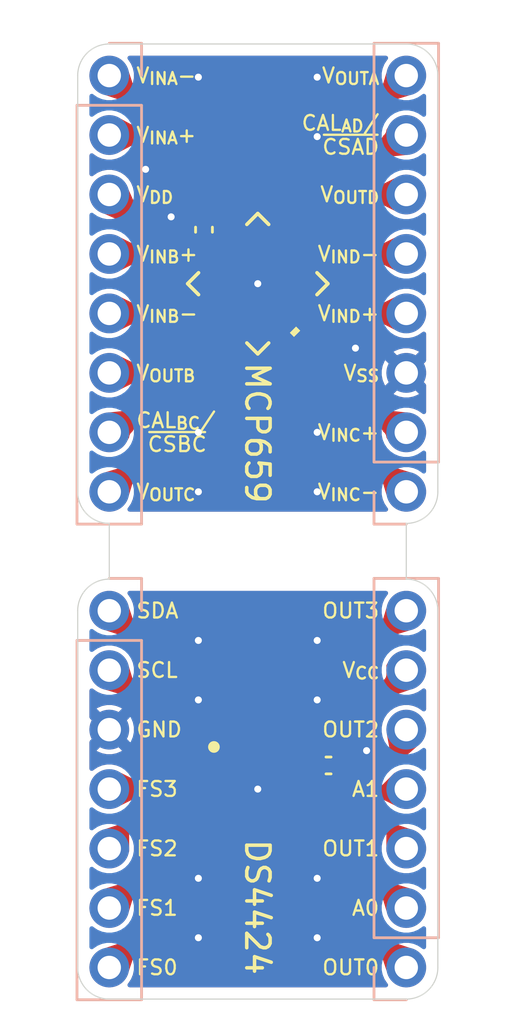
<source format=kicad_pcb>
(kicad_pcb (version 20241229) (generator "pcbnew") (generator_version "9.0")
  (layers (0 "F.Cu" signal) (2 "B.Cu" signal) (13 "F.Paste" user) (15 "B.Paste" user) (5 "F.SilkS" user "F.Silkscreen") (7 "B.SilkS" user "B.Silkscreen") (1 "F.Mask" user) (3 "B.Mask" user) (25 "Edge.Cuts" user))
  (net 0 "")
  (net 1 "Net-(IC1-OUT2)")
  (net 2 "Net-(IC1-OUT3)")
  (net 3 "Net-(IC1-SDA)")
  (net 4 "Net-(IC1-FS2)")
  (net 5 "Net-(IC1-FS3)")
  (net 6 "Net-(IC1-EP)")
  (net 7 "Net-(IC1-FS0)")
  (net 8 "Net-(IC1-VCC)")
  (net 9 "Net-(IC1-A0)")
  (net 10 "Net-(IC1-SCL)")
  (net 11 "Net-(IC1-A1)")
  (net 12 "Net-(IC1-FS1)")
  (net 13 "Net-(IC1-OUT1)")
  (net 14 "Net-(IC1-OUT0)")
  (net 15 "Net-(J3-Pin_3)")
  (net 16 "Net-(J4-Pin_3)")
  (net 17 "Net-(J3-Pin_1)")
  (net 18 "Net-(J3-Pin_7)")
  (net 19 "Net-(J3-Pin_6)")
  (net 20 "Net-(J3-Pin_2)")
  (net 21 "Net-(J3-Pin_5)")
  (net 22 "Net-(J3-Pin_8)")
  (net 23 "Net-(J3-Pin_4)")
  (net 24 "Net-(J4-Pin_1)")
  (net 25 "Net-(J4-Pin_2)")
  (net 26 "Net-(J4-Pin_8)")
  (net 27 "Net-(J4-Pin_6)")
  (net 28 "Net-(J4-Pin_7)")
  (net 29 "Net-(J4-Pin_5)")
  (net 30 "Net-(J4-Pin_4)")
  (footprint "Capacitor_SMD:C_0402_1005Metric" (layer "F.Cu") (at 92.395 69.731)
    (property "Reference" "C1" (hide yes))
    (property "Value" "100n" (hide yes))
    (fp_line (start -0.107836 -0.36) (end 0.107836 -0.36) (stroke (width 0.12)) (layer "F.SilkS"))
    (fp_line (start -0.107836 0.36) (end 0.107836 0.36) (stroke (width 0.12)) (layer "F.SilkS"))
    (pad "1" smd roundrect (at -0.48 0) (size 0.56 0.62) (layers "F.Cu" "F.Mask" "F.Paste") (net 8 "Net-(IC1-VCC)"))
    (pad "2" smd roundrect (at 0.48 0) (size 0.56 0.62) (layers "F.Cu" "F.Mask" "F.Paste") (net 6 "Net-(IC1-EP)"))
  )
  (footprint "Capacitor_SMD:C_0402_1005Metric" (layer "F.Cu") (at 87.069 46.844 90)
    (property "Reference" "C2" (hide yes))
    (property "Value" "100n")
    (fp_line (start -0.107836 -0.36) (end 0.107836 -0.36) (stroke (width 0.12)) (layer "F.SilkS"))
    (fp_line (start -0.107836 0.36) (end 0.107836 0.36) (stroke (width 0.12)) (layer "F.SilkS"))
    (pad "1" smd roundrect (at -0.48 0 90) (size 0.56 0.62) (layers "F.Cu" "F.Mask" "F.Paste") (net 15 "Net-(J3-Pin_3)"))
    (pad "2" smd roundrect (at 0.48 0 90) (size 0.56 0.62) (layers "F.Cu" "F.Mask" "F.Paste") (net 16 "Net-(J4-Pin_3)"))
  )
  (footprint "DS4424N+:SON40P300X300X80-15N" (layer "F.Cu") (at 89.369 70.741)
    (property "Reference" "IC1" (hide yes))
    (property "Value" "DS4424N+" (hide yes))
    (fp_circle (center -1.875 -1.8) (end -1.875 -1.675) (stroke (width 0.25)) (fill no) (layer "F.SilkS"))
    (pad "1" smd rect (at -1.5 -1.2 90) (size 0.2 0.75) (layers "F.Cu" "F.Mask" "F.Paste") (net 3 "Net-(IC1-SDA)"))
    (pad "2" smd rect (at -1.5 -0.8 90) (size 0.2 0.75) (layers "F.Cu" "F.Mask" "F.Paste") (net 10 "Net-(IC1-SCL)"))
    (pad "3" smd rect (at -1.5 -0.4 90) (size 0.2 0.75) (layers "F.Cu" "F.Mask" "F.Paste") (net 6 "Net-(IC1-EP)"))
    (pad "4" smd rect (at -1.5 0 90) (size 0.2 0.75) (layers "F.Cu" "F.Mask" "F.Paste") (net 5 "Net-(IC1-FS3)"))
    (pad "5" smd rect (at -1.5 0.4 90) (size 0.2 0.75) (layers "F.Cu" "F.Mask" "F.Paste") (net 4 "Net-(IC1-FS2)"))
    (pad "6" smd rect (at -1.5 0.8 90) (size 0.2 0.75) (layers "F.Cu" "F.Mask" "F.Paste") (net 12 "Net-(IC1-FS1)"))
    (pad "7" smd rect (at -1.5 1.2 90) (size 0.2 0.75) (layers "F.Cu" "F.Mask" "F.Paste") (net 7 "Net-(IC1-FS0)"))
    (pad "8" smd rect (at 1.5 1.2 90) (size 0.2 0.75) (layers "F.Cu" "F.Mask" "F.Paste") (net 14 "Net-(IC1-OUT0)"))
    (pad "9" smd rect (at 1.5 0.8 90) (size 0.2 0.75) (layers "F.Cu" "F.Mask" "F.Paste") (net 9 "Net-(IC1-A0)"))
    (pad "10" smd rect (at 1.5 0.4 90) (size 0.2 0.75) (layers "F.Cu" "F.Mask" "F.Paste") (net 13 "Net-(IC1-OUT1)"))
    (pad "11" smd rect (at 1.5 0 90) (size 0.2 0.75) (layers "F.Cu" "F.Mask" "F.Paste") (net 11 "Net-(IC1-A1)"))
    (pad "12" smd rect (at 1.5 -0.4 90) (size 0.2 0.75) (layers "F.Cu" "F.Mask" "F.Paste") (net 1 "Net-(IC1-OUT2)"))
    (pad "13" smd rect (at 1.5 -0.8 90) (size 0.2 0.75) (layers "F.Cu" "F.Mask" "F.Paste") (net 8 "Net-(IC1-VCC)"))
    (pad "14" smd rect (at 1.5 -1.2 90) (size 0.2 0.75) (layers "F.Cu" "F.Mask" "F.Paste") (net 2 "Net-(IC1-OUT3)"))
    (pad "15" smd rect (at 0 0) (size 1.8 2.4) (layers "F.Cu" "F.Mask" "F.Paste") (net 6 "Net-(IC1-EP)"))
  )
  (footprint "MCP659-E-ML:QFN16_4x4MC_MCH-L" (layer "F.Cu") (at 89.369 49.151 -45)
    (property "Reference" "U1" (hide yes))
    (property "Value" "MCP659-E/ML" (hide yes))
    (fp_line (start -2.1209 2.1209) (end -1.460139 2.1209) (stroke (width 0.1524)) (layer "F.SilkS"))
    (fp_line (start -2.1209 1.460139) (end -2.1209 2.1209) (stroke (width 0.1524)) (layer "F.SilkS"))
    (fp_line (start 1.460139 2.1209) (end 2.1209 2.1209) (stroke (width 0.1524)) (layer "F.SilkS"))
    (fp_line (start -2.1209 -2.1209) (end -2.1209 -1.460139) (stroke (width 0.1524)) (layer "F.SilkS"))
    (fp_line (start 2.1209 2.1209) (end 2.1209 1.460139) (stroke (width 0.1524)) (layer "F.SilkS"))
    (fp_line (start -1.460139 -2.1209) (end -2.1209 -2.1209) (stroke (width 0.1524)) (layer "F.SilkS"))
    (fp_line (start 2.1209 -1.460139) (end 2.1209 -2.1209) (stroke (width 0.1524)) (layer "F.SilkS"))
    (fp_line (start 2.1209 -2.1209) (end 1.460139 -2.1209) (stroke (width 0.1524)) (layer "F.SilkS"))
    (fp_poly (pts (xy 2.7051 0.134501) (xy 2.7051 0.515501) (xy 2.4511 0.515501) (xy 2.4511 0.134501)) (fill yes) (layer "F.SilkS"))
    (pad "1" smd rect (at -1.8923 -0.974999 45) (size 0.3048 0.6096) (layers "F.Cu" "F.Mask" "F.Paste") (net 17 "Net-(J3-Pin_1)"))
    (pad "2" smd rect (at -1.8923 -0.325001 45) (size 0.3048 0.6096) (layers "F.Cu" "F.Mask" "F.Paste") (net 20 "Net-(J3-Pin_2)"))
    (pad "3" smd rect (at -1.8923 0.325001 45) (size 0.3048 0.6096) (layers "F.Cu" "F.Mask" "F.Paste") (net 15 "Net-(J3-Pin_3)"))
    (pad "4" smd rect (at -1.8923 0.974999 45) (size 0.3048 0.6096) (layers "F.Cu" "F.Mask" "F.Paste") (net 23 "Net-(J3-Pin_4)"))
    (pad "5" smd rect (at -0.974999 1.8923 315) (size 0.3048 0.6096) (layers "F.Cu" "F.Mask" "F.Paste") (net 21 "Net-(J3-Pin_5)"))
    (pad "6" smd rect (at -0.325001 1.8923 315) (size 0.3048 0.6096) (layers "F.Cu" "F.Mask" "F.Paste") (net 19 "Net-(J3-Pin_6)"))
    (pad "7" smd rect (at 0.325001 1.8923 315) (size 0.3048 0.6096) (layers "F.Cu" "F.Mask" "F.Paste") (net 18 "Net-(J3-Pin_7)"))
    (pad "8" smd rect (at 0.974999 1.8923 315) (size 0.3048 0.6096) (layers "F.Cu" "F.Mask" "F.Paste") (net 22 "Net-(J3-Pin_8)"))
    (pad "9" smd rect (at 1.8923 0.974999 45) (size 0.3048 0.6096) (layers "F.Cu" "F.Mask" "F.Paste") (net 24 "Net-(J4-Pin_1)"))
    (pad "10" smd rect (at 1.8923 0.325001 45) (size 0.3048 0.6096) (layers "F.Cu" "F.Mask" "F.Paste") (net 25 "Net-(J4-Pin_2)"))
    (pad "11" smd rect (at 1.8923 -0.325001 45) (size 0.3048 0.6096) (layers "F.Cu" "F.Mask" "F.Paste") (net 16 "Net-(J4-Pin_3)"))
    (pad "12" smd rect (at 1.8923 -0.974999 45) (size 0.3048 0.6096) (layers "F.Cu" "F.Mask" "F.Paste") (net 30 "Net-(J4-Pin_4)"))
    (pad "13" smd rect (at 0.974999 -1.8923 315) (size 0.3048 0.6096) (layers "F.Cu" "F.Mask" "F.Paste") (net 29 "Net-(J4-Pin_5)"))
    (pad "14" smd rect (at 0.325001 -1.8923 315) (size 0.3048 0.6096) (layers "F.Cu" "F.Mask" "F.Paste") (net 27 "Net-(J4-Pin_6)"))
    (pad "15" smd rect (at -0.325001 -1.8923 315) (size 0.3048 0.6096) (layers "F.Cu" "F.Mask" "F.Paste") (net 28 "Net-(J4-Pin_7)"))
    (pad "16" smd rect (at -0.974999 -1.8923 315) (size 0.3048 0.6096) (layers "F.Cu" "F.Mask" "F.Paste") (net 26 "Net-(J4-Pin_8)"))
    (pad "17" smd rect (at 0 0 315) (size 2.6924 2.6924) (layers "F.Cu" "F.Mask" "F.Paste") (net 16 "Net-(J4-Pin_3)"))
  )
  (footprint "Connector_PinHeader_2.54mm:PinHeader_1x07_P2.54mm_Vertical" (layer "B.Cu") (at 83.019 63.121 180)
    (property "Reference" "J1" (hide yes))
    (property "Value" "Conn_01x07" (hide yes))
    (fp_line (start 1.38 -1.27) (end 1.38 -16.62) (stroke (width 0.12)) (layer "B.SilkS"))
    (fp_line (start -1.38 1.38) (end 0 1.38) (stroke (width 0.12)) (layer "B.SilkS"))
    (fp_line (start -1.38 0) (end -1.38 1.38) (stroke (width 0.12)) (layer "B.SilkS"))
    (fp_line (start -1.38 -1.27) (end 1.38 -1.27) (stroke (width 0.12)) (layer "B.SilkS"))
    (fp_line (start -1.38 -1.27) (end -1.38 -16.62) (stroke (width 0.12)) (layer "B.SilkS"))
    (fp_line (start -1.38 -16.62) (end 1.38 -16.62) (stroke (width 0.12)) (layer "B.SilkS"))
    (pad "1" thru_hole circle (at 0 0 180) (size 1.7 1.7) (drill 1) (layers "*.Cu" "*.Mask") (net 3 "Net-(IC1-SDA)"))
    (pad "2" thru_hole circle (at 0 -2.54 180) (size 1.7 1.7) (drill 1) (layers "*.Cu" "*.Mask") (net 10 "Net-(IC1-SCL)"))
    (pad "3" thru_hole circle (at 0 -5.08 180) (size 1.7 1.7) (drill 1) (layers "*.Cu" "*.Mask") (net 6 "Net-(IC1-EP)"))
    (pad "4" thru_hole circle (at 0 -7.62 180) (size 1.7 1.7) (drill 1) (layers "*.Cu" "*.Mask") (net 5 "Net-(IC1-FS3)"))
    (pad "5" thru_hole circle (at 0 -10.16 180) (size 1.7 1.7) (drill 1) (layers "*.Cu" "*.Mask") (net 4 "Net-(IC1-FS2)"))
    (pad "6" thru_hole circle (at 0 -12.7 180) (size 1.7 1.7) (drill 1) (layers "*.Cu" "*.Mask") (net 12 "Net-(IC1-FS1)"))
    (pad "7" thru_hole circle (at 0 -15.24 180) (size 1.7 1.7) (drill 1) (layers "*.Cu" "*.Mask") (net 7 "Net-(IC1-FS0)"))
  )
  (footprint "Connector_PinHeader_2.54mm:PinHeader_1x08_P2.54mm_Vertical" (layer "B.Cu") (at 83.019 40.261 180)
    (property "Reference" "J3" (hide yes))
    (property "Value" "Conn_01x08")
    (fp_line (start 1.38 -1.27) (end 1.38 -19.16) (stroke (width 0.12)) (layer "B.SilkS"))
    (fp_line (start -1.38 1.38) (end 0 1.38) (stroke (width 0.12)) (layer "B.SilkS"))
    (fp_line (start -1.38 0) (end -1.38 1.38) (stroke (width 0.12)) (layer "B.SilkS"))
    (fp_line (start -1.38 -1.27) (end 1.38 -1.27) (stroke (width 0.12)) (layer "B.SilkS"))
    (fp_line (start -1.38 -1.27) (end -1.38 -19.16) (stroke (width 0.12)) (layer "B.SilkS"))
    (fp_line (start -1.38 -19.16) (end 1.38 -19.16) (stroke (width 0.12)) (layer "B.SilkS"))
    (pad "1" thru_hole circle (at 0 0 180) (size 1.7 1.7) (drill 1) (layers "*.Cu" "*.Mask") (net 17 "Net-(J3-Pin_1)"))
    (pad "2" thru_hole circle (at 0 -2.54 180) (size 1.7 1.7) (drill 1) (layers "*.Cu" "*.Mask") (net 20 "Net-(J3-Pin_2)"))
    (pad "3" thru_hole circle (at 0 -5.08 180) (size 1.7 1.7) (drill 1) (layers "*.Cu" "*.Mask") (net 15 "Net-(J3-Pin_3)"))
    (pad "4" thru_hole circle (at 0 -7.62 180) (size 1.7 1.7) (drill 1) (layers "*.Cu" "*.Mask") (net 23 "Net-(J3-Pin_4)"))
    (pad "5" thru_hole circle (at 0 -10.16 180) (size 1.7 1.7) (drill 1) (layers "*.Cu" "*.Mask") (net 21 "Net-(J3-Pin_5)"))
    (pad "6" thru_hole circle (at 0 -12.7 180) (size 1.7 1.7) (drill 1) (layers "*.Cu" "*.Mask") (net 19 "Net-(J3-Pin_6)"))
    (pad "7" thru_hole circle (at 0 -15.24 180) (size 1.7 1.7) (drill 1) (layers "*.Cu" "*.Mask") (net 18 "Net-(J3-Pin_7)"))
    (pad "8" thru_hole circle (at 0 -17.78 180) (size 1.7 1.7) (drill 1) (layers "*.Cu" "*.Mask") (net 22 "Net-(J3-Pin_8)"))
  )
  (footprint "Connector_PinHeader_2.54mm:PinHeader_1x07_P2.54mm_Vertical" (layer "B.Cu") (at 95.719 78.361)
    (property "Reference" "J2" (hide yes))
    (property "Value" "Conn_01x07" (hide yes))
    (fp_line (start -1.38 -16.62) (end 1.38 -16.62) (stroke (width 0.12)) (layer "B.SilkS"))
    (fp_line (start -1.38 -1.27) (end -1.38 -16.62) (stroke (width 0.12)) (layer "B.SilkS"))
    (fp_line (start -1.38 -1.27) (end 1.38 -1.27) (stroke (width 0.12)) (layer "B.SilkS"))
    (fp_line (start -1.38 0) (end -1.38 1.38) (stroke (width 0.12)) (layer "B.SilkS"))
    (fp_line (start -1.38 1.38) (end 0 1.38) (stroke (width 0.12)) (layer "B.SilkS"))
    (fp_line (start 1.38 -1.27) (end 1.38 -16.62) (stroke (width 0.12)) (layer "B.SilkS"))
    (pad "1" thru_hole circle (at 0 0) (size 1.7 1.7) (drill 1) (layers "*.Cu" "*.Mask") (net 14 "Net-(IC1-OUT0)"))
    (pad "2" thru_hole circle (at 0 -2.54) (size 1.7 1.7) (drill 1) (layers "*.Cu" "*.Mask") (net 9 "Net-(IC1-A0)"))
    (pad "3" thru_hole circle (at 0 -5.08) (size 1.7 1.7) (drill 1) (layers "*.Cu" "*.Mask") (net 13 "Net-(IC1-OUT1)"))
    (pad "4" thru_hole circle (at 0 -7.62) (size 1.7 1.7) (drill 1) (layers "*.Cu" "*.Mask") (net 11 "Net-(IC1-A1)"))
    (pad "5" thru_hole circle (at 0 -10.16) (size 1.7 1.7) (drill 1) (layers "*.Cu" "*.Mask") (net 1 "Net-(IC1-OUT2)"))
    (pad "6" thru_hole circle (at 0 -12.7) (size 1.7 1.7) (drill 1) (layers "*.Cu" "*.Mask") (net 8 "Net-(IC1-VCC)"))
    (pad "7" thru_hole circle (at 0 -15.24) (size 1.7 1.7) (drill 1) (layers "*.Cu" "*.Mask") (net 2 "Net-(IC1-OUT3)"))
  )
  (footprint "Connector_PinHeader_2.54mm:PinHeader_1x08_P2.54mm_Vertical" (layer "B.Cu") (at 95.719 58.041)
    (property "Reference" "J4" (hide yes))
    (property "Value" "Conn_01x08")
    (fp_line (start -1.38 -19.16) (end 1.38 -19.16) (stroke (width 0.12)) (layer "B.SilkS"))
    (fp_line (start -1.38 -1.27) (end -1.38 -19.16) (stroke (width 0.12)) (layer "B.SilkS"))
    (fp_line (start -1.38 -1.27) (end 1.38 -1.27) (stroke (width 0.12)) (layer "B.SilkS"))
    (fp_line (start -1.38 0) (end -1.38 1.38) (stroke (width 0.12)) (layer "B.SilkS"))
    (fp_line (start -1.38 1.38) (end 0 1.38) (stroke (width 0.12)) (layer "B.SilkS"))
    (fp_line (start 1.38 -1.27) (end 1.38 -19.16) (stroke (width 0.12)) (layer "B.SilkS"))
    (pad "1" thru_hole circle (at 0 0) (size 1.7 1.7) (drill 1) (layers "*.Cu" "*.Mask") (net 24 "Net-(J4-Pin_1)"))
    (pad "2" thru_hole circle (at 0 -2.54) (size 1.7 1.7) (drill 1) (layers "*.Cu" "*.Mask") (net 25 "Net-(J4-Pin_2)"))
    (pad "3" thru_hole circle (at 0 -5.08) (size 1.7 1.7) (drill 1) (layers "*.Cu" "*.Mask") (net 16 "Net-(J4-Pin_3)"))
    (pad "4" thru_hole circle (at 0 -7.62) (size 1.7 1.7) (drill 1) (layers "*.Cu" "*.Mask") (net 30 "Net-(J4-Pin_4)"))
    (pad "5" thru_hole circle (at 0 -10.16) (size 1.7 1.7) (drill 1) (layers "*.Cu" "*.Mask") (net 29 "Net-(J4-Pin_5)"))
    (pad "6" thru_hole circle (at 0 -12.7) (size 1.7 1.7) (drill 1) (layers "*.Cu" "*.Mask") (net 27 "Net-(J4-Pin_6)"))
    (pad "7" thru_hole circle (at 0 -15.24) (size 1.7 1.7) (drill 1) (layers "*.Cu" "*.Mask") (net 28 "Net-(J4-Pin_7)"))
    (pad "8" thru_hole circle (at 0 -17.78) (size 1.7 1.7) (drill 1) (layers "*.Cu" "*.Mask") (net 26 "Net-(J4-Pin_8)"))
  )
  (gr_line (start 81.669 78.361) (end 81.669 63.121) (stroke (width 0.05)) (layer "Edge.Cuts"))
  (gr_arc (start 81.669 63.121) (mid 82.064406 62.166406) (end 83.019 61.771) (stroke (width 0.05)) (layer "Edge.Cuts"))
  (gr_line (start 97.069 63.121) (end 97.069 78.361) (stroke (width 0.05)) (layer "Edge.Cuts"))
  (gr_arc (start 95.719 38.911) (mid 96.673594 39.306406) (end 97.069 40.261) (stroke (width 0.05)) (layer "Edge.Cuts"))
  (gr_line (start 95.719 79.711) (end 83.019 79.711) (stroke (width 0.05)) (layer "Edge.Cuts"))
  (gr_line (start 83.019 38.911) (end 95.719 38.911) (stroke (width 0.05)) (layer "Edge.Cuts"))
  (gr_arc (start 97.069 58.041) (mid 96.673594 58.995594) (end 95.719 59.391) (stroke (width 0.05)) (layer "Edge.Cuts"))
  (gr_line (start 97.069 40.261) (end 97.069 58.041) (stroke (width 0.05)) (layer "Edge.Cuts"))
  (gr_line (start 83.019 59.391) (end 83.019 61.771) (stroke (width 0.05)) (layer "Edge.Cuts"))
  (gr_arc (start 83.019 59.391) (mid 82.064406 58.995594) (end 81.669 58.041) (stroke (width 0.05)) (layer "Edge.Cuts"))
  (gr_arc (start 97.069 78.361) (mid 96.673594 79.315594) (end 95.719 79.711) (stroke (width 0.05)) (layer "Edge.Cuts"))
  (gr_line (start 95.719 59.391) (end 95.719 61.771) (stroke (width 0.05)) (layer "Edge.Cuts"))
  (gr_arc (start 81.669 40.261) (mid 82.064406 39.306406) (end 83.019 38.911) (stroke (width 0.05)) (layer "Edge.Cuts"))
  (gr_arc (start 95.719 61.771) (mid 96.673594 62.166406) (end 97.069 63.121) (stroke (width 0.05)) (layer "Edge.Cuts"))
  (gr_arc (start 83.019 79.711) (mid 82.064406 79.315594) (end 81.669 78.361) (stroke (width 0.05)) (layer "Edge.Cuts"))
  (gr_line (start 81.669 58.041) (end 81.669 40.261) (stroke (width 0.05)) (layer "Edge.Cuts"))
  (gr_text "V_{OUTD}" (at 94.619 45.341 0) (layer "F.SilkS") (effects (font (size 0.635 0.635) (thickness 0.1)) (justify right)))
  (gr_text "V_{IND}-" (at 94.619 47.881 0) (layer "F.SilkS") (effects (font (size 0.635 0.635) (thickness 0.1)) (justify right)))
  (gr_text "OUT1" (at 94.619 73.281 0) (layer "F.SilkS") (effects (font (size 0.635 0.635) (thickness 0.1)) (justify right)))
  (gr_text "V_{OUTC}" (at 84.119 58.041 0) (layer "F.SilkS") (effects (font (size 0.635 0.635) (thickness 0.1)) (justify left)))
  (gr_text "GND" (at 84.119 68.201 0) (layer "F.SilkS") (effects (font (size 0.635 0.635) (thickness 0.1)) (justify left)))
  (gr_text "V_{INC}-" (at 94.619 58.041 0) (layer "F.SilkS") (effects (font (size 0.635 0.635) (thickness 0.1)) (justify right)))
  (gr_text "V_{IND}+" (at 94.619 50.421 0) (layer "F.SilkS") (effects (font (size 0.635 0.635) (thickness 0.1)) (justify right)))
  (gr_text "OUT2" (at 94.619 68.201 0) (layer "F.SilkS") (effects (font (size 0.635 0.635) (thickness 0.1)) (justify right)))
  (gr_text "V_{CC}" (at 94.619 65.661 0) (layer "F.SilkS") (effects (font (size 0.635 0.635) (thickness 0.1)) (justify right)))
  (gr_text "CAL_{AD}/\n ~{CSAD}" (at 94.619 42.801 0) (layer "F.SilkS") (effects (font (size 0.635 0.635) (thickness 0.1)) (justify right)))
  (gr_text "V_{SS}" (at 94.619 52.961 0) (layer "F.SilkS") (effects (font (size 0.635 0.635) (thickness 0.1)) (justify right)))
  (gr_text "OUT3" (at 94.619 63.121 0) (layer "F.SilkS") (effects (font (size 0.635 0.635) (thickness 0.1)) (justify right)))
  (gr_text "V_{DD}" (at 84.119 45.341 0) (layer "F.SilkS") (effects (font (size 0.635 0.635) (thickness 0.1)) (justify left)))
  (gr_text "SCL" (at 84.119 65.661 0) (layer "F.SilkS") (effects (font (size 0.635 0.635) (thickness 0.1)) (justify left)))
  (gr_text "DS4424" (at 88.76725 72.8 270) (layer "F.SilkS") (effects (font (size 1 1)) (justify left bottom)))
  (gr_text "V_{INB}+" (at 84.119 47.881 0) (layer "F.SilkS") (effects (font (size 0.635 0.635) (thickness 0.1)) (justify left)))
  (gr_text "FS3" (at 84.119 70.741 0) (layer "F.SilkS") (effects (font (size 0.635 0.635) (thickness 0.1)) (justify left)))
  (gr_text "V_{INC}+" (at 94.619 55.501 0) (layer "F.SilkS") (effects (font (size 0.635 0.635) (thickness 0.1)) (justify right)))
  (gr_text "FS2" (at 84.119 73.281 0) (layer "F.SilkS") (effects (font (size 0.635 0.635) (thickness 0.1)) (justify left)))
  (gr_text "A0" (at 94.619 75.821 0) (layer "F.SilkS") (effects (font (size 0.635 0.635) (thickness 0.1)) (justify right)))
  (gr_text "CAL_{BC}/\n ~{CSBC}" (at 84.119 55.501 0) (layer "F.SilkS") (effects (font (size 0.635 0.635) (thickness 0.1)) (justify left)))
  (gr_text "V_{INA}+" (at 84.119 42.801 0) (layer "F.SilkS") (effects (font (size 0.635 0.635) (thickness 0.1)) (justify left)))
  (gr_text "V_{INA}-" (at 84.119 40.261 0) (layer "F.SilkS") (effects (font (size 0.635 0.635) (thickness 0.1)) (justify left)))
  (gr_text "A1" (at 94.619 70.741 0) (layer "F.SilkS") (effects (font (size 0.635 0.635) (thickness 0.1)) (justify right)))
  (gr_text "OUT0" (at 94.619 78.361 0) (layer "F.SilkS") (effects (font (size 0.635 0.635) (thickness 0.1)) (justify right)))
  (gr_text "V_{OUTB}" (at 84.119 52.961 0) (layer "F.SilkS") (effects (font (size 0.635 0.635) (thickness 0.1)) (justify left)))
  (gr_text "MCP659" (at 88.76725 52.426 270) (layer "F.SilkS") (effects (font (size 1 1)) (justify left bottom)))
  (gr_text "FS1" (at 84.119 75.821 0) (layer "F.SilkS") (effects (font (size 0.635 0.635) (thickness 0.1)) (justify left)))
  (gr_text "FS0" (at 84.119 78.361 0) (layer "F.SilkS") (effects (font (size 0.635 0.635) (thickness 0.1)) (justify left)))
  (gr_text "SDA" (at 84.119 63.121 0) (layer "F.SilkS") (effects (font (size 0.635 0.635) (thickness 0.1)) (justify left)))
  (gr_text "V_{OUTA}" (at 94.619 40.261 0) (layer "F.SilkS") (effects (font (size 0.635 0.635) (thickness 0.1)) (justify right)))
  (gr_text "V_{INB}-" (at 84.119 50.421 0) (layer "F.SilkS") (effects (font (size 0.635 0.635) (thickness 0.1)) (justify left)))
  (segment (start 90.869 70.341) (end 94.493 70.341) (width 0.2) (layer "F.Cu") (net 1))
  (segment (start 95.719 69.115) (end 95.719 68.201) (width 0.2) (layer "F.Cu") (net 1))
  (segment (start 94.493 70.341) (end 95.719 69.115) (width 0.2) (layer "F.Cu") (net 1))
  (segment (start 95.719 63.121) (end 94.568 64.272) (width 0.2) (layer "F.Cu") (net 2))
  (segment (start 94.568 64.272) (end 94.568 65.842) (width 0.2) (layer "F.Cu") (net 2))
  (segment (start 94.568 65.842) (end 90.869 69.541) (width 0.2) (layer "F.Cu") (net 2))
  (segment (start 83.019 63.121) (end 84.573 64.675) (width 0.2) (layer "F.Cu") (net 3))
  (segment (start 84.573 68.6208) (end 85.4932 69.541) (width 0.2) (layer "F.Cu") (net 3))
  (segment (start 84.573 64.675) (end 84.573 68.6208) (width 0.2) (layer "F.Cu") (net 3))
  (segment (start 85.4932 69.541) (end 87.869 69.541) (width 0.2) (layer "F.Cu") (net 3))
  (segment (start 85.159 71.141) (end 83.019 73.281) (width 0.2) (layer "F.Cu") (net 4))
  (segment (start 87.869 71.141) (end 85.159 71.141) (width 0.2) (layer "F.Cu") (net 4))
  (segment (start 87.869 70.741) (end 83.019 70.741) (width 0.2) (layer "F.Cu") (net 5))
  (segment (start 89.369 70.741) (end 88.969 70.341) (width 0.2) (layer "F.Cu") (net 6))
  (segment (start 85.159 70.341) (end 83.019 68.201) (width 0.2) (layer "F.Cu") (net 6))
  (segment (start 88.969 70.341) (end 87.869 70.341) (width 0.2) (layer "F.Cu") (net 6))
  (segment (start 87.869 70.341) (end 85.159 70.341) (width 0.2) (layer "F.Cu") (net 6))
  (via (at 86.829 77.091) (size 0.6) (drill 0.3) (layers "F.Cu" "B.Cu") (net 6))
  (via (at 91.909 66.931) (size 0.6) (drill 0.3) (layers "F.Cu" "B.Cu") (net 6))
  (via (at 91.909 74.551) (size 0.6) (drill 0.3) (layers "F.Cu" "B.Cu") (net 6))
  (via (at 91.909 64.391) (size 0.6) (drill 0.3) (layers "F.Cu" "B.Cu") (net 6))
  (via (at 86.829 64.391) (size 0.6) (drill 0.3) (layers "F.Cu" "B.Cu") (net 6))
  (via (at 86.829 66.931) (size 0.6) (drill 0.3) (layers "F.Cu" "B.Cu") (net 6))
  (via (at 89.369 70.741) (size 0.6) (drill 0.3) (layers "F.Cu" "B.Cu") (net 6))
  (via (at 91.909 77.091) (size 0.6) (drill 0.3) (layers "F.Cu" "B.Cu") (net 6))
  (via (at 86.829 74.551) (size 0.6) (drill 0.3) (layers "F.Cu" "B.Cu") (net 6))
  (via (at 94.022 69.098) (size 0.6) (drill 0.3) (layers "F.Cu" "B.Cu") (net 6))
  (segment (start 85.4932 71.941) (end 87.869 71.941) (width 0.2) (layer "F.Cu") (net 7))
  (segment (start 84.571 76.809) (end 84.571 72.8632) (width 0.2) (layer "F.Cu") (net 7))
  (segment (start 83.019 78.361) (end 84.571 76.809) (width 0.2) (layer "F.Cu") (net 7))
  (segment (start 84.571 72.8632) (end 85.4932 71.941) (width 0.2) (layer "F.Cu") (net 7))
  (segment (start 91.705 69.941) (end 91.915 69.731) (width 0.2) (layer "F.Cu") (net 8))
  (segment (start 90.869 69.941) (end 91.705 69.941) (width 0.2) (layer "F.Cu") (net 8))
  (segment (start 95.719 65.661) (end 95.528232 65.661) (width 0.5) (layer "F.Cu") (net 8))
  (segment (start 91.915 69.274232) (end 91.915 69.731) (width 0.5) (layer "F.Cu") (net 8))
  (segment (start 95.528232 65.661) (end 91.915 69.274232) (width 0.5) (layer "F.Cu") (net 8))
  (segment (start 95.719 75.821) (end 94.568 74.67) (width 0.2) (layer "F.Cu") (net 9))
  (segment (start 94.568 74.67) (end 94.568 72.6971) (width 0.2) (layer "F.Cu") (net 9))
  (segment (start 93.4119 71.541) (end 90.869 71.541) (width 0.2) (layer "F.Cu") (net 9))
  (segment (start 94.568 72.6971) (end 93.4119 71.541) (width 0.2) (layer "F.Cu") (net 9))
  (segment (start 85.3261 69.941) (end 87.869 69.941) (width 0.2) (layer "F.Cu") (net 10))
  (segment (start 84.172 66.814) (end 84.172 68.7869) (width 0.2) (layer "F.Cu") (net 10))
  (segment (start 84.172 68.7869) (end 85.3261 69.941) (width 0.2) (layer "F.Cu") (net 10))
  (segment (start 83.019 65.661) (end 84.172 66.814) (width 0.2) (layer "F.Cu") (net 10))
  (segment (start 90.869 70.741) (end 95.719 70.741) (width 0.2) (layer "F.Cu") (net 11))
  (segment (start 87.869 71.541) (end 85.3261 71.541) (width 0.2) (layer "F.Cu") (net 12))
  (segment (start 84.17 72.6971) (end 84.17 74.67) (width 0.2) (layer "F.Cu") (net 12))
  (segment (start 85.3261 71.541) (end 84.17 72.6971) (width 0.2) (layer "F.Cu") (net 12))
  (segment (start 84.17 74.67) (end 83.019 75.821) (width 0.2) (layer "F.Cu") (net 12))
  (segment (start 90.869 71.141) (end 93.579 71.141) (width 0.2) (layer "F.Cu") (net 13))
  (segment (start 93.579 71.141) (end 95.719 73.281) (width 0.2) (layer "F.Cu") (net 13))
  (segment (start 94.167 72.8632) (end 94.167 76.809) (width 0.2) (layer "F.Cu") (net 14))
  (segment (start 90.869 71.941) (end 93.2448 71.941) (width 0.2) (layer "F.Cu") (net 14))
  (segment (start 94.167 76.809) (end 95.719 78.361) (width 0.2) (layer "F.Cu") (net 14))
  (segment (start 93.2448 71.941) (end 94.167 72.8632) (width 0.2) (layer "F.Cu") (net 14))
  (segment (start 87.787752 48.042752) (end 87.069 47.324) (width 0.2) (layer "F.Cu") (net 15))
  (segment (start 83.019 45.341) (end 85.002 47.324) (width 0.5) (layer "F.Cu") (net 15))
  (segment (start 85.002 47.324) (end 87.069 47.324) (width 0.5) (layer "F.Cu") (net 15))
  (segment (start 87.801131 48.042752) (end 87.787752 48.042752) (width 0.2) (layer "F.Cu") (net 15))
  (segment (start 90.936869 50.259248) (end 93.638621 52.961) (width 0.2) (layer "F.Cu") (net 16))
  (segment (start 89.828621 49.151) (end 90.936869 50.259248) (width 0.2) (layer "F.Cu") (net 16))
  (segment (start 89.369 49.151) (end 89.828621 49.151) (width 0.2) (layer "F.Cu") (net 16))
  (segment (start 89.369 49.151) (end 89.369 45.585) (width 0.2) (layer "F.Cu") (net 16))
  (segment (start 89.369 49.151) (end 89.369 53.138) (width 0.2) (layer "F.Cu") (net 16))
  (via (at 91.909 42.869) (size 0.6) (drill 0.3) (layers "F.Cu" "B.Cu") (net 16))
  (via (at 86.829 40.329) (size 0.6) (drill 0.3) (layers "F.Cu" "B.Cu") (net 16))
  (via (at 91.909 55.501) (size 0.6) (drill 0.3) (layers "F.Cu" "B.Cu") (net 16))
  (via (at 84.572 44.266) (size 0.6) (drill 0.3) (layers "F.Cu" "B.Cu") (net 16))
  (via (at 86.829 55.501) (size 0.6) (drill 0.3) (layers "F.Cu" "B.Cu") (net 16))
  (via (at 91.909 58.041) (size 0.6) (drill 0.3) (layers "F.Cu" "B.Cu") (net 16))
  (via (at 91.909 40.329) (size 0.6) (drill 0.3) (layers "F.Cu" "B.Cu") (net 16))
  (via (at 93.546 51.904) (size 0.6) (drill 0.3) (layers "F.Cu" "B.Cu") (net 16))
  (via (at 85.664 46.296) (size 0.6) (drill 0.3) (layers "F.Cu" "B.Cu") (net 16))
  (via (at 89.369 49.151) (size 0.6) (drill 0.3) (layers "F.Cu" "B.Cu") (net 16))
  (via (at 86.829 58.041) (size 0.6) (drill 0.3) (layers "F.Cu" "B.Cu") (net 16))
  (segment (start 88.179 45.421) (end 83.019 40.261) (width 0.2) (layer "F.Cu") (net 17))
  (segment (start 88.72037 47.123513) (end 88.179 46.582143) (width 0.2) (layer "F.Cu") (net 17))
  (segment (start 88.179 46.582143) (end 88.179 45.421) (width 0.2) (layer "F.Cu") (net 17))
  (segment (start 88.260752 50.718869) (end 83.478621 55.501) (width 0.2) (layer "F.Cu") (net 18))
  (segment (start 83.478621 55.501) (end 83.019 55.501) (width 0.2) (layer "F.Cu") (net 18))
  (segment (start 85.099379 52.961) (end 83.019 52.961) (width 0.2) (layer "F.Cu") (net 19))
  (segment (start 87.801131 50.259248) (end 85.099379 52.961) (width 0.2) (layer "F.Cu") (net 19))
  (segment (start 87.68 47.002379) (end 87.68 45.847) (width 0.2) (layer "F.Cu") (net 20))
  (segment (start 84.634 42.801) (end 83.019 42.801) (width 0.2) (layer "F.Cu") (net 20))
  (segment (start 88.260752 47.583131) (end 87.68 47.002379) (width 0.2) (layer "F.Cu") (net 20))
  (segment (start 87.68 45.847) (end 84.634 42.801) (width 0.2) (layer "F.Cu") (net 20))
  (segment (start 83.019 50.421) (end 86.720143 50.421) (width 0.2) (layer "F.Cu") (net 21))
  (segment (start 86.720143 50.421) (end 87.341513 49.79963) (width 0.2) (layer "F.Cu") (net 21))
  (segment (start 84.17 55.728857) (end 84.17 56.89) (width 0.2) (layer "F.Cu") (net 22))
  (segment (start 88.72037 51.178487) (end 84.17 55.728857) (width 0.2) (layer "F.Cu") (net 22))
  (segment (start 84.17 56.89) (end 83.019 58.041) (width 0.2) (layer "F.Cu") (net 22))
  (segment (start 87.341513 48.50237) (end 86.720143 47.881) (width 0.2) (layer "F.Cu") (net 23))
  (segment (start 83.019 47.881) (end 86.720143 47.881) (width 0.2) (layer "F.Cu") (net 23))
  (segment (start 90.01763 51.178487) (end 94.568 55.728857) (width 0.2) (layer "F.Cu") (net 24))
  (segment (start 94.568 55.728857) (end 94.568 56.89) (width 0.2) (layer "F.Cu") (net 24))
  (segment (start 94.568 56.89) (end 95.719 58.041) (width 0.2) (layer "F.Cu") (net 24))
  (segment (start 90.477248 50.718869) (end 95.259379 55.501) (width 0.2) (layer "F.Cu") (net 25))
  (segment (start 95.259379 55.501) (end 95.719 55.501) (width 0.2) (layer "F.Cu") (net 25))
  (segment (start 90.01763 47.123513) (end 94.568 42.573143) (width 0.2) (layer "F.Cu") (net 26))
  (segment (start 94.568 41.412) (end 95.719 40.261) (width 0.2) (layer "F.Cu") (net 26))
  (segment (start 94.568 42.573143) (end 94.568 41.412) (width 0.2) (layer "F.Cu") (net 26))
  (segment (start 90.936869 48.042752) (end 93.638621 45.341) (width 0.2) (layer "F.Cu") (net 27))
  (segment (start 93.638621 45.341) (end 95.719 45.341) (width 0.2) (layer "F.Cu") (net 27))
  (segment (start 95.259379 42.801) (end 95.719 42.801) (width 0.2) (layer "F.Cu") (net 28))
  (segment (start 90.477248 47.583131) (end 95.259379 42.801) (width 0.2) (layer "F.Cu") (net 28))
  (segment (start 92.017857 47.881) (end 95.719 47.881) (width 0.2) (layer "F.Cu") (net 29))
  (segment (start 91.396487 48.50237) (end 92.017857 47.881) (width 0.2) (layer "F.Cu") (net 29))
  (segment (start 91.396487 49.79963) (end 92.017857 50.421) (width 0.2) (layer "F.Cu") (net 30))
  (segment (start 92.017857 50.421) (end 95.719 50.421) (width 0.2) (layer "F.Cu") (net 30))
  (zone (net 6) (net_name "Net-(IC1-EP)") (layers "F.Cu" "B.Cu") (connect_pads (clearance 0.2)) (min_thickness 0.2) (fill yes (thermal_gap 0.2) (thermal_bridge_width 0.5))
    (polygon (pts (xy 80.016 80.775) (xy 98.659 80.775) (xy 98.659 61.54) (xy 80.016 61.54)))
  )
  (zone (net 16) (net_name "Net-(J4-Pin_3)") (layers "F.Cu" "B.Cu") (connect_pads (clearance 0.2)) (min_thickness 0.2) (fill yes (thermal_gap 0.2) (thermal_bridge_width 0.5))
    (polygon (pts (xy 79.971 59.757) (xy 98.614 59.757) (xy 98.614 38.392) (xy 79.971 38.392)))
  )
  (zone (net 0) (net_name "") (layers "F.Cu" "B.Cu") (connect_pads (clearance 0)) (min_thickness 0.2)
    (keepout (tracks allowed) (vias allowed) (pads allowed) (copperpour not_allowed) (footprints allowed))
    (fill (thermal_gap 0.2) (thermal_bridge_width 0.5))
    (polygon (pts (xy 95.725 58.891) (xy 95.725 62.271) (xy 82.975 62.271) (xy 82.975 58.891)))
  )
)
</source>
